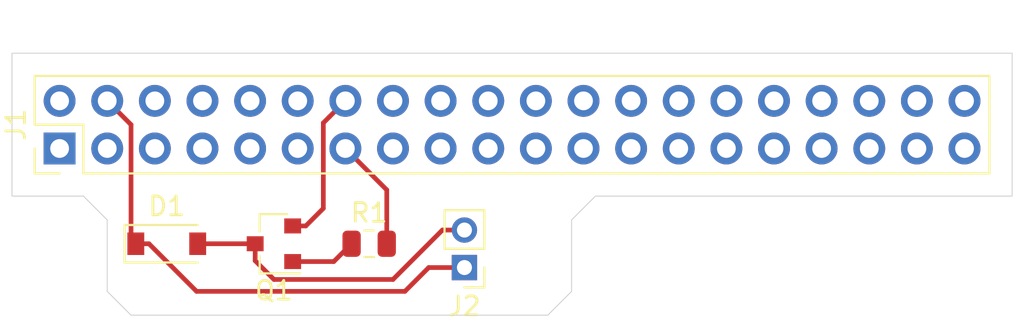
<source format=kicad_pcb>
(kicad_pcb (version 20171130) (host pcbnew "(5.1.2)-2")

  (general
    (thickness 1.6)
    (drawings 12)
    (tracks 26)
    (zones 0)
    (modules 5)
    (nets 43)
  )

  (page A4)
  (layers
    (0 F.Cu signal)
    (31 B.Cu signal)
    (32 B.Adhes user)
    (33 F.Adhes user)
    (34 B.Paste user)
    (35 F.Paste user)
    (36 B.SilkS user)
    (37 F.SilkS user)
    (38 B.Mask user)
    (39 F.Mask user)
    (40 Dwgs.User user)
    (41 Cmts.User user)
    (42 Eco1.User user)
    (43 Eco2.User user)
    (44 Edge.Cuts user)
    (45 Margin user)
    (46 B.CrtYd user)
    (47 F.CrtYd user)
    (48 B.Fab user)
    (49 F.Fab user)
  )

  (setup
    (last_trace_width 0.25)
    (trace_clearance 0.2)
    (zone_clearance 0.508)
    (zone_45_only no)
    (trace_min 0.2)
    (via_size 0.8)
    (via_drill 0.4)
    (via_min_size 0.4)
    (via_min_drill 0.3)
    (uvia_size 0.3)
    (uvia_drill 0.1)
    (uvias_allowed no)
    (uvia_min_size 0.2)
    (uvia_min_drill 0.1)
    (edge_width 0.05)
    (segment_width 0.2)
    (pcb_text_width 0.3)
    (pcb_text_size 1.5 1.5)
    (mod_edge_width 0.12)
    (mod_text_size 1 1)
    (mod_text_width 0.15)
    (pad_size 1.524 1.524)
    (pad_drill 0.762)
    (pad_to_mask_clearance 0.051)
    (solder_mask_min_width 0.25)
    (aux_axis_origin 0 0)
    (visible_elements FFFFFF7F)
    (pcbplotparams
      (layerselection 0x010fc_ffffffff)
      (usegerberextensions false)
      (usegerberattributes false)
      (usegerberadvancedattributes false)
      (creategerberjobfile false)
      (excludeedgelayer true)
      (linewidth 0.100000)
      (plotframeref false)
      (viasonmask false)
      (mode 1)
      (useauxorigin false)
      (hpglpennumber 1)
      (hpglpenspeed 20)
      (hpglpendiameter 15.000000)
      (psnegative false)
      (psa4output false)
      (plotreference true)
      (plotvalue true)
      (plotinvisibletext false)
      (padsonsilk false)
      (subtractmaskfromsilk false)
      (outputformat 1)
      (mirror false)
      (drillshape 1)
      (scaleselection 1)
      (outputdirectory ""))
  )

  (net 0 "")
  (net 1 "Net-(D1-Pad1)")
  (net 2 "Net-(D1-Pad2)")
  (net 3 "Net-(J1-Pad1)")
  (net 4 "Net-(J1-Pad2)")
  (net 5 "Net-(J1-Pad3)")
  (net 6 "Net-(J1-Pad5)")
  (net 7 "Net-(J1-Pad6)")
  (net 8 "Net-(J1-Pad7)")
  (net 9 "Net-(J1-Pad8)")
  (net 10 "Net-(J1-Pad9)")
  (net 11 "Net-(J1-Pad10)")
  (net 12 "Net-(J1-Pad11)")
  (net 13 "Net-(J1-Pad12)")
  (net 14 "Net-(J1-Pad13)")
  (net 15 "Net-(J1-Pad14)")
  (net 16 "Net-(J1-Pad15)")
  (net 17 "Net-(J1-Pad16)")
  (net 18 "Net-(J1-Pad17)")
  (net 19 "Net-(J1-Pad18)")
  (net 20 "Net-(J1-Pad19)")
  (net 21 "Net-(J1-Pad20)")
  (net 22 "Net-(J1-Pad21)")
  (net 23 "Net-(J1-Pad22)")
  (net 24 "Net-(J1-Pad23)")
  (net 25 "Net-(J1-Pad24)")
  (net 26 "Net-(J1-Pad25)")
  (net 27 "Net-(J1-Pad26)")
  (net 28 "Net-(J1-Pad27)")
  (net 29 "Net-(J1-Pad28)")
  (net 30 "Net-(J1-Pad29)")
  (net 31 "Net-(J1-Pad30)")
  (net 32 "Net-(J1-Pad31)")
  (net 33 "Net-(J1-Pad32)")
  (net 34 "Net-(J1-Pad33)")
  (net 35 "Net-(J1-Pad34)")
  (net 36 "Net-(J1-Pad35)")
  (net 37 "Net-(J1-Pad36)")
  (net 38 "Net-(J1-Pad37)")
  (net 39 "Net-(J1-Pad38)")
  (net 40 "Net-(J1-Pad39)")
  (net 41 "Net-(J1-Pad40)")
  (net 42 "Net-(Q1-Pad1)")

  (net_class Default "This is the default net class."
    (clearance 0.2)
    (trace_width 0.25)
    (via_dia 0.8)
    (via_drill 0.4)
    (uvia_dia 0.3)
    (uvia_drill 0.1)
    (add_net "Net-(D1-Pad1)")
    (add_net "Net-(D1-Pad2)")
    (add_net "Net-(J1-Pad1)")
    (add_net "Net-(J1-Pad10)")
    (add_net "Net-(J1-Pad11)")
    (add_net "Net-(J1-Pad12)")
    (add_net "Net-(J1-Pad13)")
    (add_net "Net-(J1-Pad14)")
    (add_net "Net-(J1-Pad15)")
    (add_net "Net-(J1-Pad16)")
    (add_net "Net-(J1-Pad17)")
    (add_net "Net-(J1-Pad18)")
    (add_net "Net-(J1-Pad19)")
    (add_net "Net-(J1-Pad2)")
    (add_net "Net-(J1-Pad20)")
    (add_net "Net-(J1-Pad21)")
    (add_net "Net-(J1-Pad22)")
    (add_net "Net-(J1-Pad23)")
    (add_net "Net-(J1-Pad24)")
    (add_net "Net-(J1-Pad25)")
    (add_net "Net-(J1-Pad26)")
    (add_net "Net-(J1-Pad27)")
    (add_net "Net-(J1-Pad28)")
    (add_net "Net-(J1-Pad29)")
    (add_net "Net-(J1-Pad3)")
    (add_net "Net-(J1-Pad30)")
    (add_net "Net-(J1-Pad31)")
    (add_net "Net-(J1-Pad32)")
    (add_net "Net-(J1-Pad33)")
    (add_net "Net-(J1-Pad34)")
    (add_net "Net-(J1-Pad35)")
    (add_net "Net-(J1-Pad36)")
    (add_net "Net-(J1-Pad37)")
    (add_net "Net-(J1-Pad38)")
    (add_net "Net-(J1-Pad39)")
    (add_net "Net-(J1-Pad40)")
    (add_net "Net-(J1-Pad5)")
    (add_net "Net-(J1-Pad6)")
    (add_net "Net-(J1-Pad7)")
    (add_net "Net-(J1-Pad8)")
    (add_net "Net-(J1-Pad9)")
    (add_net "Net-(Q1-Pad1)")
  )

  (module Diode_SMD:D_SOD-123 (layer F.Cu) (tedit 58645DC7) (tstamp 5D3CCC80)
    (at 20.955 22.86)
    (descr SOD-123)
    (tags SOD-123)
    (path /5D3D602D)
    (attr smd)
    (fp_text reference D1 (at 0 -2) (layer F.SilkS)
      (effects (font (size 1 1) (thickness 0.15)))
    )
    (fp_text value 1N5819 (at 0 2.1) (layer F.Fab)
      (effects (font (size 1 1) (thickness 0.15)))
    )
    (fp_text user %R (at 0 -2) (layer F.Fab)
      (effects (font (size 1 1) (thickness 0.15)))
    )
    (fp_line (start -2.25 -1) (end -2.25 1) (layer F.SilkS) (width 0.12))
    (fp_line (start 0.25 0) (end 0.75 0) (layer F.Fab) (width 0.1))
    (fp_line (start 0.25 0.4) (end -0.35 0) (layer F.Fab) (width 0.1))
    (fp_line (start 0.25 -0.4) (end 0.25 0.4) (layer F.Fab) (width 0.1))
    (fp_line (start -0.35 0) (end 0.25 -0.4) (layer F.Fab) (width 0.1))
    (fp_line (start -0.35 0) (end -0.35 0.55) (layer F.Fab) (width 0.1))
    (fp_line (start -0.35 0) (end -0.35 -0.55) (layer F.Fab) (width 0.1))
    (fp_line (start -0.75 0) (end -0.35 0) (layer F.Fab) (width 0.1))
    (fp_line (start -1.4 0.9) (end -1.4 -0.9) (layer F.Fab) (width 0.1))
    (fp_line (start 1.4 0.9) (end -1.4 0.9) (layer F.Fab) (width 0.1))
    (fp_line (start 1.4 -0.9) (end 1.4 0.9) (layer F.Fab) (width 0.1))
    (fp_line (start -1.4 -0.9) (end 1.4 -0.9) (layer F.Fab) (width 0.1))
    (fp_line (start -2.35 -1.15) (end 2.35 -1.15) (layer F.CrtYd) (width 0.05))
    (fp_line (start 2.35 -1.15) (end 2.35 1.15) (layer F.CrtYd) (width 0.05))
    (fp_line (start 2.35 1.15) (end -2.35 1.15) (layer F.CrtYd) (width 0.05))
    (fp_line (start -2.35 -1.15) (end -2.35 1.15) (layer F.CrtYd) (width 0.05))
    (fp_line (start -2.25 1) (end 1.65 1) (layer F.SilkS) (width 0.12))
    (fp_line (start -2.25 -1) (end 1.65 -1) (layer F.SilkS) (width 0.12))
    (pad 1 smd rect (at -1.65 0) (size 0.9 1.2) (layers F.Cu F.Paste F.Mask)
      (net 1 "Net-(D1-Pad1)"))
    (pad 2 smd rect (at 1.65 0) (size 0.9 1.2) (layers F.Cu F.Paste F.Mask)
      (net 2 "Net-(D1-Pad2)"))
    (model ${KISYS3DMOD}/Diode_SMD.3dshapes/D_SOD-123.wrl
      (at (xyz 0 0 0))
      (scale (xyz 1 1 1))
      (rotate (xyz 0 0 0))
    )
  )

  (module Connector_PinHeader_2.54mm:PinHeader_2x20_P2.54mm_Vertical (layer F.Cu) (tedit 59FED5CC) (tstamp 5D3CCCBE)
    (at 15.24 17.78 90)
    (descr "Through hole straight pin header, 2x20, 2.54mm pitch, double rows")
    (tags "Through hole pin header THT 2x20 2.54mm double row")
    (path /5D3EAF6E)
    (fp_text reference J1 (at 1.27 -2.33 90) (layer F.SilkS)
      (effects (font (size 1 1) (thickness 0.15)))
    )
    (fp_text value Raspberry_Pi_2_3 (at 1.27 50.59 90) (layer F.Fab)
      (effects (font (size 1 1) (thickness 0.15)))
    )
    (fp_line (start 0 -1.27) (end 3.81 -1.27) (layer F.Fab) (width 0.1))
    (fp_line (start 3.81 -1.27) (end 3.81 49.53) (layer F.Fab) (width 0.1))
    (fp_line (start 3.81 49.53) (end -1.27 49.53) (layer F.Fab) (width 0.1))
    (fp_line (start -1.27 49.53) (end -1.27 0) (layer F.Fab) (width 0.1))
    (fp_line (start -1.27 0) (end 0 -1.27) (layer F.Fab) (width 0.1))
    (fp_line (start -1.33 49.59) (end 3.87 49.59) (layer F.SilkS) (width 0.12))
    (fp_line (start -1.33 1.27) (end -1.33 49.59) (layer F.SilkS) (width 0.12))
    (fp_line (start 3.87 -1.33) (end 3.87 49.59) (layer F.SilkS) (width 0.12))
    (fp_line (start -1.33 1.27) (end 1.27 1.27) (layer F.SilkS) (width 0.12))
    (fp_line (start 1.27 1.27) (end 1.27 -1.33) (layer F.SilkS) (width 0.12))
    (fp_line (start 1.27 -1.33) (end 3.87 -1.33) (layer F.SilkS) (width 0.12))
    (fp_line (start -1.33 0) (end -1.33 -1.33) (layer F.SilkS) (width 0.12))
    (fp_line (start -1.33 -1.33) (end 0 -1.33) (layer F.SilkS) (width 0.12))
    (fp_line (start -1.8 -1.8) (end -1.8 50.05) (layer F.CrtYd) (width 0.05))
    (fp_line (start -1.8 50.05) (end 4.35 50.05) (layer F.CrtYd) (width 0.05))
    (fp_line (start 4.35 50.05) (end 4.35 -1.8) (layer F.CrtYd) (width 0.05))
    (fp_line (start 4.35 -1.8) (end -1.8 -1.8) (layer F.CrtYd) (width 0.05))
    (fp_text user %R (at 1.27 24.13) (layer F.Fab)
      (effects (font (size 1 1) (thickness 0.15)))
    )
    (pad 1 thru_hole rect (at 0 0 90) (size 1.7 1.7) (drill 1) (layers *.Cu *.Mask)
      (net 3 "Net-(J1-Pad1)"))
    (pad 2 thru_hole oval (at 2.54 0 90) (size 1.7 1.7) (drill 1) (layers *.Cu *.Mask)
      (net 4 "Net-(J1-Pad2)"))
    (pad 3 thru_hole oval (at 0 2.54 90) (size 1.7 1.7) (drill 1) (layers *.Cu *.Mask)
      (net 5 "Net-(J1-Pad3)"))
    (pad 4 thru_hole oval (at 2.54 2.54 90) (size 1.7 1.7) (drill 1) (layers *.Cu *.Mask)
      (net 1 "Net-(D1-Pad1)"))
    (pad 5 thru_hole oval (at 0 5.08 90) (size 1.7 1.7) (drill 1) (layers *.Cu *.Mask)
      (net 6 "Net-(J1-Pad5)"))
    (pad 6 thru_hole oval (at 2.54 5.08 90) (size 1.7 1.7) (drill 1) (layers *.Cu *.Mask)
      (net 7 "Net-(J1-Pad6)"))
    (pad 7 thru_hole oval (at 0 7.62 90) (size 1.7 1.7) (drill 1) (layers *.Cu *.Mask)
      (net 8 "Net-(J1-Pad7)"))
    (pad 8 thru_hole oval (at 2.54 7.62 90) (size 1.7 1.7) (drill 1) (layers *.Cu *.Mask)
      (net 9 "Net-(J1-Pad8)"))
    (pad 9 thru_hole oval (at 0 10.16 90) (size 1.7 1.7) (drill 1) (layers *.Cu *.Mask)
      (net 10 "Net-(J1-Pad9)"))
    (pad 10 thru_hole oval (at 2.54 10.16 90) (size 1.7 1.7) (drill 1) (layers *.Cu *.Mask)
      (net 11 "Net-(J1-Pad10)"))
    (pad 11 thru_hole oval (at 0 12.7 90) (size 1.7 1.7) (drill 1) (layers *.Cu *.Mask)
      (net 12 "Net-(J1-Pad11)"))
    (pad 12 thru_hole oval (at 2.54 12.7 90) (size 1.7 1.7) (drill 1) (layers *.Cu *.Mask)
      (net 13 "Net-(J1-Pad12)"))
    (pad 13 thru_hole oval (at 0 15.24 90) (size 1.7 1.7) (drill 1) (layers *.Cu *.Mask)
      (net 14 "Net-(J1-Pad13)"))
    (pad 14 thru_hole oval (at 2.54 15.24 90) (size 1.7 1.7) (drill 1) (layers *.Cu *.Mask)
      (net 15 "Net-(J1-Pad14)"))
    (pad 15 thru_hole oval (at 0 17.78 90) (size 1.7 1.7) (drill 1) (layers *.Cu *.Mask)
      (net 16 "Net-(J1-Pad15)"))
    (pad 16 thru_hole oval (at 2.54 17.78 90) (size 1.7 1.7) (drill 1) (layers *.Cu *.Mask)
      (net 17 "Net-(J1-Pad16)"))
    (pad 17 thru_hole oval (at 0 20.32 90) (size 1.7 1.7) (drill 1) (layers *.Cu *.Mask)
      (net 18 "Net-(J1-Pad17)"))
    (pad 18 thru_hole oval (at 2.54 20.32 90) (size 1.7 1.7) (drill 1) (layers *.Cu *.Mask)
      (net 19 "Net-(J1-Pad18)"))
    (pad 19 thru_hole oval (at 0 22.86 90) (size 1.7 1.7) (drill 1) (layers *.Cu *.Mask)
      (net 20 "Net-(J1-Pad19)"))
    (pad 20 thru_hole oval (at 2.54 22.86 90) (size 1.7 1.7) (drill 1) (layers *.Cu *.Mask)
      (net 21 "Net-(J1-Pad20)"))
    (pad 21 thru_hole oval (at 0 25.4 90) (size 1.7 1.7) (drill 1) (layers *.Cu *.Mask)
      (net 22 "Net-(J1-Pad21)"))
    (pad 22 thru_hole oval (at 2.54 25.4 90) (size 1.7 1.7) (drill 1) (layers *.Cu *.Mask)
      (net 23 "Net-(J1-Pad22)"))
    (pad 23 thru_hole oval (at 0 27.94 90) (size 1.7 1.7) (drill 1) (layers *.Cu *.Mask)
      (net 24 "Net-(J1-Pad23)"))
    (pad 24 thru_hole oval (at 2.54 27.94 90) (size 1.7 1.7) (drill 1) (layers *.Cu *.Mask)
      (net 25 "Net-(J1-Pad24)"))
    (pad 25 thru_hole oval (at 0 30.48 90) (size 1.7 1.7) (drill 1) (layers *.Cu *.Mask)
      (net 26 "Net-(J1-Pad25)"))
    (pad 26 thru_hole oval (at 2.54 30.48 90) (size 1.7 1.7) (drill 1) (layers *.Cu *.Mask)
      (net 27 "Net-(J1-Pad26)"))
    (pad 27 thru_hole oval (at 0 33.02 90) (size 1.7 1.7) (drill 1) (layers *.Cu *.Mask)
      (net 28 "Net-(J1-Pad27)"))
    (pad 28 thru_hole oval (at 2.54 33.02 90) (size 1.7 1.7) (drill 1) (layers *.Cu *.Mask)
      (net 29 "Net-(J1-Pad28)"))
    (pad 29 thru_hole oval (at 0 35.56 90) (size 1.7 1.7) (drill 1) (layers *.Cu *.Mask)
      (net 30 "Net-(J1-Pad29)"))
    (pad 30 thru_hole oval (at 2.54 35.56 90) (size 1.7 1.7) (drill 1) (layers *.Cu *.Mask)
      (net 31 "Net-(J1-Pad30)"))
    (pad 31 thru_hole oval (at 0 38.1 90) (size 1.7 1.7) (drill 1) (layers *.Cu *.Mask)
      (net 32 "Net-(J1-Pad31)"))
    (pad 32 thru_hole oval (at 2.54 38.1 90) (size 1.7 1.7) (drill 1) (layers *.Cu *.Mask)
      (net 33 "Net-(J1-Pad32)"))
    (pad 33 thru_hole oval (at 0 40.64 90) (size 1.7 1.7) (drill 1) (layers *.Cu *.Mask)
      (net 34 "Net-(J1-Pad33)"))
    (pad 34 thru_hole oval (at 2.54 40.64 90) (size 1.7 1.7) (drill 1) (layers *.Cu *.Mask)
      (net 35 "Net-(J1-Pad34)"))
    (pad 35 thru_hole oval (at 0 43.18 90) (size 1.7 1.7) (drill 1) (layers *.Cu *.Mask)
      (net 36 "Net-(J1-Pad35)"))
    (pad 36 thru_hole oval (at 2.54 43.18 90) (size 1.7 1.7) (drill 1) (layers *.Cu *.Mask)
      (net 37 "Net-(J1-Pad36)"))
    (pad 37 thru_hole oval (at 0 45.72 90) (size 1.7 1.7) (drill 1) (layers *.Cu *.Mask)
      (net 38 "Net-(J1-Pad37)"))
    (pad 38 thru_hole oval (at 2.54 45.72 90) (size 1.7 1.7) (drill 1) (layers *.Cu *.Mask)
      (net 39 "Net-(J1-Pad38)"))
    (pad 39 thru_hole oval (at 0 48.26 90) (size 1.7 1.7) (drill 1) (layers *.Cu *.Mask)
      (net 40 "Net-(J1-Pad39)"))
    (pad 40 thru_hole oval (at 2.54 48.26 90) (size 1.7 1.7) (drill 1) (layers *.Cu *.Mask)
      (net 41 "Net-(J1-Pad40)"))
    (model ${KISYS3DMOD}/Connector_PinHeader_2.54mm.3dshapes/PinHeader_2x20_P2.54mm_Vertical.wrl
      (at (xyz 0 0 0))
      (scale (xyz 1 1 1))
      (rotate (xyz 0 0 0))
    )
  )

  (module Connector_PinHeader_2.00mm:PinHeader_1x02_P2.00mm_Vertical (layer F.Cu) (tedit 59FED667) (tstamp 5D3CCCD4)
    (at 36.83 24.13 180)
    (descr "Through hole straight pin header, 1x02, 2.00mm pitch, single row")
    (tags "Through hole pin header THT 1x02 2.00mm single row")
    (path /5D3E09B9)
    (fp_text reference J2 (at 0 -2.06) (layer F.SilkS)
      (effects (font (size 1 1) (thickness 0.15)))
    )
    (fp_text value Conn_01x02_Female (at 0 4.06) (layer F.Fab)
      (effects (font (size 1 1) (thickness 0.15)))
    )
    (fp_line (start -0.5 -1) (end 1 -1) (layer F.Fab) (width 0.1))
    (fp_line (start 1 -1) (end 1 3) (layer F.Fab) (width 0.1))
    (fp_line (start 1 3) (end -1 3) (layer F.Fab) (width 0.1))
    (fp_line (start -1 3) (end -1 -0.5) (layer F.Fab) (width 0.1))
    (fp_line (start -1 -0.5) (end -0.5 -1) (layer F.Fab) (width 0.1))
    (fp_line (start -1.06 3.06) (end 1.06 3.06) (layer F.SilkS) (width 0.12))
    (fp_line (start -1.06 1) (end -1.06 3.06) (layer F.SilkS) (width 0.12))
    (fp_line (start 1.06 1) (end 1.06 3.06) (layer F.SilkS) (width 0.12))
    (fp_line (start -1.06 1) (end 1.06 1) (layer F.SilkS) (width 0.12))
    (fp_line (start -1.06 0) (end -1.06 -1.06) (layer F.SilkS) (width 0.12))
    (fp_line (start -1.06 -1.06) (end 0 -1.06) (layer F.SilkS) (width 0.12))
    (fp_line (start -1.5 -1.5) (end -1.5 3.5) (layer F.CrtYd) (width 0.05))
    (fp_line (start -1.5 3.5) (end 1.5 3.5) (layer F.CrtYd) (width 0.05))
    (fp_line (start 1.5 3.5) (end 1.5 -1.5) (layer F.CrtYd) (width 0.05))
    (fp_line (start 1.5 -1.5) (end -1.5 -1.5) (layer F.CrtYd) (width 0.05))
    (fp_text user %R (at 0 1 90) (layer F.Fab)
      (effects (font (size 1 1) (thickness 0.15)))
    )
    (pad 1 thru_hole rect (at 0 0 180) (size 1.35 1.35) (drill 0.8) (layers *.Cu *.Mask)
      (net 1 "Net-(D1-Pad1)"))
    (pad 2 thru_hole oval (at 0 2 180) (size 1.35 1.35) (drill 0.8) (layers *.Cu *.Mask)
      (net 2 "Net-(D1-Pad2)"))
    (model ${KISYS3DMOD}/Connector_PinHeader_2.00mm.3dshapes/PinHeader_1x02_P2.00mm_Vertical.wrl
      (at (xyz 0 0 0))
      (scale (xyz 1 1 1))
      (rotate (xyz 0 0 0))
    )
  )

  (module Package_TO_SOT_SMD:SOT-23 (layer F.Cu) (tedit 5A02FF57) (tstamp 5D3CD293)
    (at 26.67 22.86 180)
    (descr "SOT-23, Standard")
    (tags SOT-23)
    (path /5D3CD034)
    (attr smd)
    (fp_text reference Q1 (at 0 -2.5) (layer F.SilkS)
      (effects (font (size 1 1) (thickness 0.15)))
    )
    (fp_text value MMBT2222A (at 0 2.5) (layer F.Fab)
      (effects (font (size 1 1) (thickness 0.15)))
    )
    (fp_text user %R (at 0 0 90) (layer F.Fab)
      (effects (font (size 0.5 0.5) (thickness 0.075)))
    )
    (fp_line (start -0.7 -0.95) (end -0.7 1.5) (layer F.Fab) (width 0.1))
    (fp_line (start -0.15 -1.52) (end 0.7 -1.52) (layer F.Fab) (width 0.1))
    (fp_line (start -0.7 -0.95) (end -0.15 -1.52) (layer F.Fab) (width 0.1))
    (fp_line (start 0.7 -1.52) (end 0.7 1.52) (layer F.Fab) (width 0.1))
    (fp_line (start -0.7 1.52) (end 0.7 1.52) (layer F.Fab) (width 0.1))
    (fp_line (start 0.76 1.58) (end 0.76 0.65) (layer F.SilkS) (width 0.12))
    (fp_line (start 0.76 -1.58) (end 0.76 -0.65) (layer F.SilkS) (width 0.12))
    (fp_line (start -1.7 -1.75) (end 1.7 -1.75) (layer F.CrtYd) (width 0.05))
    (fp_line (start 1.7 -1.75) (end 1.7 1.75) (layer F.CrtYd) (width 0.05))
    (fp_line (start 1.7 1.75) (end -1.7 1.75) (layer F.CrtYd) (width 0.05))
    (fp_line (start -1.7 1.75) (end -1.7 -1.75) (layer F.CrtYd) (width 0.05))
    (fp_line (start 0.76 -1.58) (end -1.4 -1.58) (layer F.SilkS) (width 0.12))
    (fp_line (start 0.76 1.58) (end -0.7 1.58) (layer F.SilkS) (width 0.12))
    (pad 1 smd rect (at -1 -0.95 180) (size 0.9 0.8) (layers F.Cu F.Paste F.Mask)
      (net 42 "Net-(Q1-Pad1)"))
    (pad 2 smd rect (at -1 0.95 180) (size 0.9 0.8) (layers F.Cu F.Paste F.Mask)
      (net 15 "Net-(J1-Pad14)"))
    (pad 3 smd rect (at 1 0 180) (size 0.9 0.8) (layers F.Cu F.Paste F.Mask)
      (net 2 "Net-(D1-Pad2)"))
    (model ${KISYS3DMOD}/Package_TO_SOT_SMD.3dshapes/SOT-23.wrl
      (at (xyz 0 0 0))
      (scale (xyz 1 1 1))
      (rotate (xyz 0 0 0))
    )
  )

  (module Resistor_SMD:R_0805_2012Metric (layer F.Cu) (tedit 5B36C52B) (tstamp 5D3CD3F7)
    (at 31.75 22.86)
    (descr "Resistor SMD 0805 (2012 Metric), square (rectangular) end terminal, IPC_7351 nominal, (Body size source: https://docs.google.com/spreadsheets/d/1BsfQQcO9C6DZCsRaXUlFlo91Tg2WpOkGARC1WS5S8t0/edit?usp=sharing), generated with kicad-footprint-generator")
    (tags resistor)
    (path /5D3CEEF9)
    (attr smd)
    (fp_text reference R1 (at 0 -1.65) (layer F.SilkS)
      (effects (font (size 1 1) (thickness 0.15)))
    )
    (fp_text value 1K (at 0 1.65) (layer F.Fab)
      (effects (font (size 1 1) (thickness 0.15)))
    )
    (fp_line (start -1 0.6) (end -1 -0.6) (layer F.Fab) (width 0.1))
    (fp_line (start -1 -0.6) (end 1 -0.6) (layer F.Fab) (width 0.1))
    (fp_line (start 1 -0.6) (end 1 0.6) (layer F.Fab) (width 0.1))
    (fp_line (start 1 0.6) (end -1 0.6) (layer F.Fab) (width 0.1))
    (fp_line (start -0.258578 -0.71) (end 0.258578 -0.71) (layer F.SilkS) (width 0.12))
    (fp_line (start -0.258578 0.71) (end 0.258578 0.71) (layer F.SilkS) (width 0.12))
    (fp_line (start -1.68 0.95) (end -1.68 -0.95) (layer F.CrtYd) (width 0.05))
    (fp_line (start -1.68 -0.95) (end 1.68 -0.95) (layer F.CrtYd) (width 0.05))
    (fp_line (start 1.68 -0.95) (end 1.68 0.95) (layer F.CrtYd) (width 0.05))
    (fp_line (start 1.68 0.95) (end -1.68 0.95) (layer F.CrtYd) (width 0.05))
    (fp_text user %R (at 0 0) (layer F.Fab)
      (effects (font (size 0.5 0.5) (thickness 0.08)))
    )
    (pad 1 smd roundrect (at -0.9375 0) (size 0.975 1.4) (layers F.Cu F.Paste F.Mask) (roundrect_rratio 0.25)
      (net 42 "Net-(Q1-Pad1)"))
    (pad 2 smd roundrect (at 0.9375 0) (size 0.975 1.4) (layers F.Cu F.Paste F.Mask) (roundrect_rratio 0.25)
      (net 14 "Net-(J1-Pad13)"))
    (model ${KISYS3DMOD}/Resistor_SMD.3dshapes/R_0805_2012Metric.wrl
      (at (xyz 0 0 0))
      (scale (xyz 1 1 1))
      (rotate (xyz 0 0 0))
    )
  )

  (gr_line (start 17.78 21.59) (end 17.78 25.4) (layer Edge.Cuts) (width 0.05) (tstamp 5D3CD624))
  (gr_line (start 12.7 20.32) (end 16.51 20.32) (layer Edge.Cuts) (width 0.05) (tstamp 5D3CD623))
  (gr_line (start 16.51 20.32) (end 17.78 21.59) (layer Edge.Cuts) (width 0.05))
  (gr_line (start 66.04 12.7) (end 12.7 12.7) (layer Edge.Cuts) (width 0.05) (tstamp 5D3CD5F9))
  (gr_line (start 66.04 20.32) (end 66.04 12.7) (layer Edge.Cuts) (width 0.05))
  (gr_line (start 43.815 20.32) (end 66.04 20.32) (layer Edge.Cuts) (width 0.05))
  (gr_line (start 42.545 21.59) (end 43.815 20.32) (layer Edge.Cuts) (width 0.05))
  (gr_line (start 42.545 25.4) (end 42.545 21.59) (layer Edge.Cuts) (width 0.05))
  (gr_line (start 41.275 26.67) (end 42.545 25.4) (layer Edge.Cuts) (width 0.05))
  (gr_line (start 19.05 26.67) (end 41.275 26.67) (layer Edge.Cuts) (width 0.05))
  (gr_line (start 17.78 25.4) (end 19.05 26.67) (layer Edge.Cuts) (width 0.05))
  (gr_line (start 12.7 12.7) (end 12.7 20.32) (layer Edge.Cuts) (width 0.05))

  (segment (start 19.05 22.86) (end 19.305 22.86) (width 0.25) (layer F.Cu) (net 1))
  (segment (start 17.78 15.24) (end 19.05 16.51) (width 0.25) (layer F.Cu) (net 1))
  (segment (start 19.05 16.51) (end 19.05 22.86) (width 0.25) (layer F.Cu) (net 1))
  (segment (start 19.305 22.86) (end 19.305 23.01) (width 0.25) (layer F.Cu) (net 1))
  (segment (start 22.545 25.4) (end 33.655 25.4) (width 0.25) (layer F.Cu) (net 1))
  (segment (start 19.305 22.86) (end 20.005 22.86) (width 0.25) (layer F.Cu) (net 1))
  (segment (start 20.005 22.86) (end 22.545 25.4) (width 0.25) (layer F.Cu) (net 1))
  (segment (start 34.925 24.13) (end 36.83 24.13) (width 0.25) (layer F.Cu) (net 1))
  (segment (start 33.655 25.4) (end 34.925 24.13) (width 0.25) (layer F.Cu) (net 1))
  (segment (start 22.605 22.86) (end 25.67 22.86) (width 0.25) (layer F.Cu) (net 2))
  (segment (start 25.62 22.86) (end 25.4 22.64) (width 0.25) (layer F.Cu) (net 2))
  (segment (start 25.67 22.86) (end 25.62 22.86) (width 0.25) (layer F.Cu) (net 2))
  (segment (start 35.655 22.13) (end 36.83 22.13) (width 0.25) (layer F.Cu) (net 2))
  (segment (start 33.02 24.765) (end 35.655 22.13) (width 0.25) (layer F.Cu) (net 2))
  (segment (start 26.67 24.765) (end 33.02 24.765) (width 0.25) (layer F.Cu) (net 2))
  (segment (start 25.67 22.86) (end 25.67 23.765) (width 0.25) (layer F.Cu) (net 2))
  (segment (start 25.67 23.765) (end 26.67 24.765) (width 0.25) (layer F.Cu) (net 2))
  (segment (start 32.6875 19.9875) (end 30.48 17.78) (width 0.25) (layer F.Cu) (net 14))
  (segment (start 32.6875 22.86) (end 32.6875 19.9875) (width 0.25) (layer F.Cu) (net 14))
  (segment (start 29.630001 16.089999) (end 30.48 15.24) (width 0.25) (layer F.Cu) (net 15))
  (segment (start 29.304999 16.415001) (end 29.630001 16.089999) (width 0.25) (layer F.Cu) (net 15))
  (segment (start 29.304999 20.975001) (end 29.304999 16.415001) (width 0.25) (layer F.Cu) (net 15))
  (segment (start 28.37 21.91) (end 29.304999 20.975001) (width 0.25) (layer F.Cu) (net 15))
  (segment (start 27.67 21.91) (end 28.37 21.91) (width 0.25) (layer F.Cu) (net 15))
  (segment (start 29.8625 23.81) (end 30.8125 22.86) (width 0.25) (layer F.Cu) (net 42))
  (segment (start 27.67 23.81) (end 29.8625 23.81) (width 0.25) (layer F.Cu) (net 42))

)

</source>
